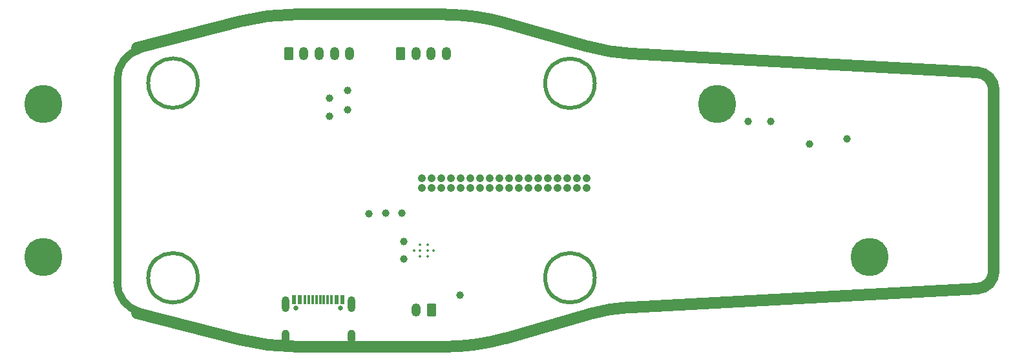
<source format=gbs>
G04 #@! TF.GenerationSoftware,KiCad,Pcbnew,7.0.2-0*
G04 #@! TF.CreationDate,2023-10-11T21:53:26-07:00*
G04 #@! TF.ProjectId,low-power,6c6f772d-706f-4776-9572-2e6b69636164,rev?*
G04 #@! TF.SameCoordinates,Original*
G04 #@! TF.FileFunction,Soldermask,Bot*
G04 #@! TF.FilePolarity,Negative*
%FSLAX46Y46*%
G04 Gerber Fmt 4.6, Leading zero omitted, Abs format (unit mm)*
G04 Created by KiCad (PCBNEW 7.0.2-0) date 2023-10-11 21:53:26*
%MOMM*%
%LPD*%
G01*
G04 APERTURE LIST*
G04 Aperture macros list*
%AMRoundRect*
0 Rectangle with rounded corners*
0 $1 Rounding radius*
0 $2 $3 $4 $5 $6 $7 $8 $9 X,Y pos of 4 corners*
0 Add a 4 corners polygon primitive as box body*
4,1,4,$2,$3,$4,$5,$6,$7,$8,$9,$2,$3,0*
0 Add four circle primitives for the rounded corners*
1,1,$1+$1,$2,$3*
1,1,$1+$1,$4,$5*
1,1,$1+$1,$6,$7*
1,1,$1+$1,$8,$9*
0 Add four rect primitives between the rounded corners*
20,1,$1+$1,$2,$3,$4,$5,0*
20,1,$1+$1,$4,$5,$6,$7,0*
20,1,$1+$1,$6,$7,$8,$9,0*
20,1,$1+$1,$8,$9,$2,$3,0*%
G04 Aperture macros list end*
%ADD10C,1.500000*%
%ADD11C,1.000000*%
%ADD12C,0.500000*%
%ADD13C,0.800000*%
%ADD14C,5.000000*%
%ADD15C,1.050000*%
%ADD16C,0.350000*%
%ADD17C,0.650000*%
%ADD18R,0.600000X1.240000*%
%ADD19R,0.300000X1.240000*%
%ADD20O,1.000000X1.800000*%
%ADD21O,1.000000X2.100000*%
%ADD22RoundRect,0.250000X-0.350000X-0.625000X0.350000X-0.625000X0.350000X0.625000X-0.350000X0.625000X0*%
%ADD23O,1.200000X1.750000*%
%ADD24C,1.000000*%
%ADD25RoundRect,0.250000X0.350000X0.625000X-0.350000X0.625000X-0.350000X-0.625000X0.350000X-0.625000X0*%
G04 APERTURE END LIST*
D10*
X143372900Y-80331073D02*
X154129296Y-83384642D01*
X159808991Y-117558282D02*
G75*
G03*
X154125906Y-118510921I1385409J-25692718D01*
G01*
X135333497Y-122754116D02*
G75*
G03*
X143378741Y-121627341I203J29283716D01*
G01*
X95045960Y-118386384D02*
X108556993Y-121827709D01*
D11*
X95462044Y-83774554D02*
G75*
G03*
X92451694Y-87650000I989656J-3875646D01*
G01*
D10*
X135333497Y-122754119D02*
X115811551Y-122740914D01*
D12*
X103000000Y-113725000D02*
G75*
G03*
X103000000Y-113725000I-3250000J0D01*
G01*
D10*
X205157847Y-115151976D02*
G75*
G03*
X207313984Y-112876392I-122747J2275576D01*
G01*
X159808991Y-117588807D02*
X205157844Y-115151918D01*
X143378741Y-121627342D02*
X154125906Y-118541450D01*
X154129297Y-83384637D02*
G75*
G03*
X159809651Y-84336829I7065203J24728537D01*
G01*
D12*
X155026027Y-113722173D02*
G75*
G03*
X155026027Y-113722173I-3250000J0D01*
G01*
D11*
X92424954Y-114324786D02*
G75*
G03*
X95437655Y-118201276I4000046J-214D01*
G01*
D12*
X103000000Y-88200000D02*
G75*
G03*
X103000000Y-88200000I-3250000J0D01*
G01*
D10*
X207312257Y-89061578D02*
X207313984Y-112876392D01*
X143372899Y-80331075D02*
G75*
G03*
X135333497Y-79205114I-8039499J-28138525D01*
G01*
X95045314Y-83550345D02*
X108554571Y-80100787D01*
X159809651Y-84336829D02*
X205157753Y-86787776D01*
X108556991Y-121827718D02*
G75*
G03*
X115811551Y-122740914I7254509J28358618D01*
G01*
D11*
X92450000Y-114600000D02*
X92451694Y-87515847D01*
D10*
X115811551Y-79187269D02*
G75*
G03*
X108554571Y-80100787I49J-29281831D01*
G01*
X207312229Y-89061578D02*
G75*
G03*
X205157753Y-86787777I-2277129J-22D01*
G01*
D12*
X155026027Y-88222173D02*
G75*
G03*
X155026027Y-88222173I-3250000J0D01*
G01*
D10*
X135333497Y-79205114D02*
X115811551Y-79187277D01*
D13*
X80901027Y-90972173D03*
X81450202Y-89646348D03*
X81450202Y-92297998D03*
X82776027Y-89097173D03*
D14*
X82776027Y-90972173D03*
D13*
X82776027Y-92847173D03*
X84101852Y-89646348D03*
X84101852Y-92297998D03*
X84651027Y-90972173D03*
X189151027Y-110972173D03*
X189700202Y-109646348D03*
X189700202Y-112297998D03*
X191026027Y-109097173D03*
D14*
X191026027Y-110972173D03*
D13*
X191026027Y-112847173D03*
X192351852Y-109646348D03*
X192351852Y-112297998D03*
X192901027Y-110972173D03*
X80901027Y-110972173D03*
X81450202Y-109646348D03*
X81450202Y-112297998D03*
X82776027Y-109097173D03*
D14*
X82776027Y-110972173D03*
D13*
X82776027Y-112847173D03*
X84101852Y-109646348D03*
X84101852Y-112297998D03*
X84651027Y-110972173D03*
X169151027Y-90972173D03*
X169700202Y-89646348D03*
X169700202Y-92297998D03*
X171026027Y-89097173D03*
D14*
X171026027Y-90972173D03*
D13*
X171026027Y-92847173D03*
X172351852Y-89646348D03*
X172351852Y-92297998D03*
X172901027Y-90972173D03*
D15*
X153995000Y-101935000D03*
X152725000Y-101935000D03*
X151455000Y-101935000D03*
X150185000Y-101935000D03*
X148915000Y-101935000D03*
X147645000Y-101935000D03*
X146375000Y-101935000D03*
X145105000Y-101935000D03*
X143835000Y-101935000D03*
X142565000Y-101935000D03*
X141295000Y-101935000D03*
X140025000Y-101935000D03*
X138755000Y-101935000D03*
X137485000Y-101935000D03*
X136215000Y-101935000D03*
X134945000Y-101935000D03*
X133675000Y-101935000D03*
X132405000Y-101935000D03*
X153995000Y-100665000D03*
X152725000Y-100665000D03*
X151455000Y-100665000D03*
X150185000Y-100665000D03*
X148915000Y-100665000D03*
X147645000Y-100665000D03*
X146375000Y-100665000D03*
X145105000Y-100665000D03*
X143835000Y-100665000D03*
X142565000Y-100665000D03*
X141295000Y-100665000D03*
X140025000Y-100665000D03*
X138755000Y-100665000D03*
X137485000Y-100665000D03*
X136215000Y-100665000D03*
X134945000Y-100665000D03*
X133675000Y-100665000D03*
X132405000Y-100665000D03*
D16*
X133140000Y-109365000D03*
X132090000Y-109365000D03*
X133890000Y-110140000D03*
X133140000Y-110140000D03*
X132090000Y-110140000D03*
X131340000Y-110140000D03*
X133140000Y-110915000D03*
X132090000Y-110915000D03*
D17*
X121675000Y-117705000D03*
X115895000Y-117705000D03*
D18*
X121985000Y-116585000D03*
X121185000Y-116585000D03*
D19*
X120035000Y-116585000D03*
X119035000Y-116585000D03*
X118535000Y-116585000D03*
X117535000Y-116585000D03*
D18*
X116385000Y-116585000D03*
X115585000Y-116585000D03*
X115585000Y-116585000D03*
X116385000Y-116585000D03*
D19*
X117035000Y-116585000D03*
X118035000Y-116585000D03*
X119535000Y-116585000D03*
X120535000Y-116585000D03*
D18*
X121185000Y-116585000D03*
X121985000Y-116585000D03*
D20*
X123105000Y-121385000D03*
D21*
X123105000Y-117185000D03*
D20*
X114465000Y-121385000D03*
D21*
X114465000Y-117185000D03*
D22*
X114900000Y-84325000D03*
D23*
X116900000Y-84325000D03*
X118900000Y-84325000D03*
X120900000Y-84325000D03*
X122900000Y-84325000D03*
D24*
X129975000Y-109000000D03*
X127600000Y-105275000D03*
X178050000Y-93225000D03*
X120275000Y-92525000D03*
X122615000Y-91685000D03*
X120300000Y-90175000D03*
X175100000Y-93200000D03*
D25*
X133645000Y-117910000D03*
D23*
X131645000Y-117910000D03*
D24*
X129750000Y-105250000D03*
X137325000Y-116025000D03*
X125425000Y-105350000D03*
X129975000Y-111225000D03*
X188050000Y-95475000D03*
X183175000Y-96225000D03*
X122600000Y-89185000D03*
D22*
X129575000Y-84350000D03*
D23*
X131575000Y-84350000D03*
X133575000Y-84350000D03*
X135575000Y-84350000D03*
M02*

</source>
